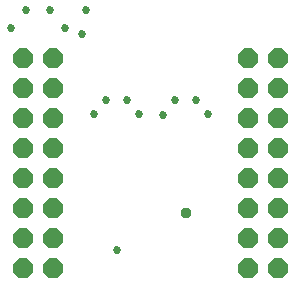
<source format=gbl>
G75*
G70*
%OFA0B0*%
%FSLAX24Y24*%
%IPPOS*%
%LPD*%
%AMOC8*
5,1,8,0,0,1.08239X$1,22.5*
%
%ADD10OC8,0.0660*%
%ADD11C,0.0270*%
%ADD12C,0.0376*%
D10*
X003293Y001050D03*
X003293Y002050D03*
X003293Y003050D03*
X003293Y004050D03*
X003293Y005050D03*
X003293Y006050D03*
X003293Y007050D03*
X003293Y008050D03*
X004293Y008050D03*
X004293Y007050D03*
X004293Y006050D03*
X004293Y005050D03*
X004293Y004050D03*
X004293Y003050D03*
X004293Y002050D03*
X004293Y001050D03*
X010793Y001050D03*
X010793Y002050D03*
X011793Y002050D03*
X011793Y001050D03*
X011793Y003050D03*
X010793Y003050D03*
X010793Y004050D03*
X011793Y004050D03*
X011793Y005050D03*
X010793Y005050D03*
X010793Y006050D03*
X011793Y006050D03*
X011793Y007050D03*
X010793Y007050D03*
X010793Y008050D03*
X011793Y008050D03*
D11*
X009468Y006200D03*
X009043Y006650D03*
X008343Y006650D03*
X007968Y006175D03*
X007168Y006200D03*
X006768Y006650D03*
X006068Y006650D03*
X005668Y006200D03*
X005243Y008850D03*
X004693Y009050D03*
X004193Y009650D03*
X003393Y009650D03*
X002893Y009050D03*
X005393Y009650D03*
X006418Y001650D03*
D12*
X008718Y002900D03*
M02*

</source>
